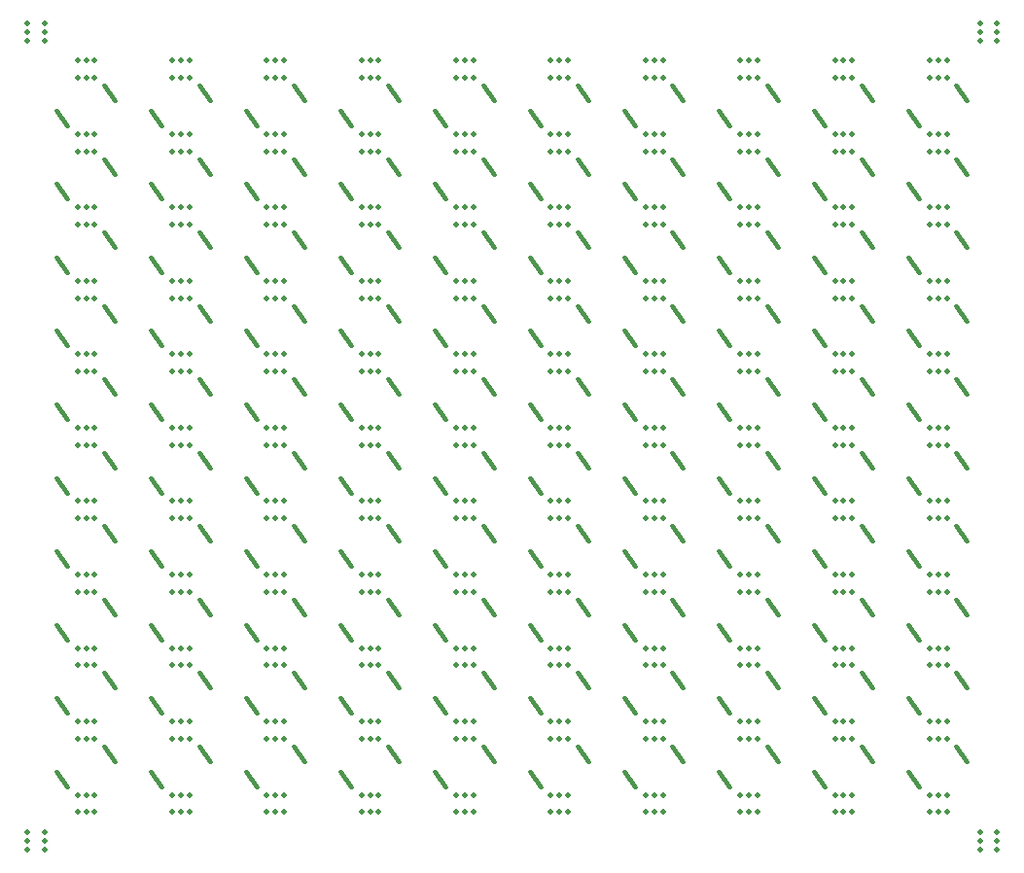
<source format=gbr>
%TF.GenerationSoftware,KiCad,Pcbnew,7.0.1*%
%TF.CreationDate,2024-10-11T23:10:47-04:00*%
%TF.ProjectId,PEST-panel,50455354-2d70-4616-9e65-6c2e6b696361,rev?*%
%TF.SameCoordinates,Original*%
%TF.FileFunction,Soldermask,Bot*%
%TF.FilePolarity,Negative*%
%FSLAX46Y46*%
G04 Gerber Fmt 4.6, Leading zero omitted, Abs format (unit mm)*
G04 Created by KiCad (PCBNEW 7.0.1) date 2024-10-11 23:10:47*
%MOMM*%
%LPD*%
G01*
G04 APERTURE LIST*
G04 Aperture macros list*
%AMRoundRect*
0 Rectangle with rounded corners*
0 $1 Rounding radius*
0 $2 $3 $4 $5 $6 $7 $8 $9 X,Y pos of 4 corners*
0 Add a 4 corners polygon primitive as box body*
4,1,4,$2,$3,$4,$5,$6,$7,$8,$9,$2,$3,0*
0 Add four circle primitives for the rounded corners*
1,1,$1+$1,$2,$3*
1,1,$1+$1,$4,$5*
1,1,$1+$1,$6,$7*
1,1,$1+$1,$8,$9*
0 Add four rect primitives between the rounded corners*
20,1,$1+$1,$2,$3,$4,$5,0*
20,1,$1+$1,$4,$5,$6,$7,0*
20,1,$1+$1,$6,$7,$8,$9,0*
20,1,$1+$1,$8,$9,$2,$3,0*%
G04 Aperture macros list end*
%ADD10C,0.500000*%
%ADD11RoundRect,0.100000X-0.598134X0.679879X0.434304X-0.794594X0.598134X-0.679879X-0.434304X0.794594X0*%
G04 APERTURE END LIST*
D10*
%TO.C,REF\u002A\u002A*%
X-3621587Y-63243000D03*
X-5121587Y-63243000D03*
X-3621587Y-63993000D03*
X-5121587Y-63993000D03*
X-3621587Y-64743000D03*
X-5121587Y-64743000D03*
%TD*%
%TO.C,REF\u002A\u002A*%
X79310153Y-63243000D03*
X77810153Y-63243000D03*
X79310153Y-63993000D03*
X77810153Y-63993000D03*
X79310153Y-64743000D03*
X77810153Y-64743000D03*
%TD*%
%TO.C,REF\u002A\u002A*%
X77810153Y5697000D03*
X79310153Y5697000D03*
X77810153Y6447000D03*
X79310153Y6447000D03*
X77810153Y7197000D03*
X79310153Y7197000D03*
%TD*%
%TO.C,REF\u002A\u002A*%
X-5121587Y5697000D03*
X-3621587Y5697000D03*
X-5121587Y6447000D03*
X-3621587Y6447000D03*
X-5121587Y7197000D03*
X-3621587Y7197000D03*
%TD*%
%TO.C,REF\u002A\u002A198*%
X750000Y-61493000D03*
X750000Y-59993000D03*
X0Y-61493000D03*
X0Y-59993000D03*
X-750000Y-61493000D03*
X-750000Y-59993000D03*
%TD*%
%TO.C,REF\u002A\u002A196*%
X8993174Y-61493000D03*
X8993174Y-59993000D03*
X8243174Y-61493000D03*
X8243174Y-59993000D03*
X7493174Y-61493000D03*
X7493174Y-59993000D03*
%TD*%
%TO.C,REF\u002A\u002A191*%
X25479522Y-61493000D03*
X25479522Y-59993000D03*
X24729522Y-61493000D03*
X24729522Y-59993000D03*
X23979522Y-61493000D03*
X23979522Y-59993000D03*
%TD*%
%TO.C,REF\u002A\u002A194*%
X17236348Y-61493000D03*
X17236348Y-59993000D03*
X16486348Y-61493000D03*
X16486348Y-59993000D03*
X15736348Y-61493000D03*
X15736348Y-59993000D03*
%TD*%
%TO.C,REF\u002A\u002A183*%
X58452218Y-61493000D03*
X58452218Y-59993000D03*
X57702218Y-61493000D03*
X57702218Y-59993000D03*
X56952218Y-61493000D03*
X56952218Y-59993000D03*
%TD*%
%TO.C,REF\u002A\u002A190*%
X33722696Y-61493000D03*
X33722696Y-59993000D03*
X32972696Y-61493000D03*
X32972696Y-59993000D03*
X32222696Y-61493000D03*
X32222696Y-59993000D03*
%TD*%
%TO.C,REF\u002A\u002A187*%
X41965870Y-61493000D03*
X41965870Y-59993000D03*
X41215870Y-61493000D03*
X41215870Y-59993000D03*
X40465870Y-61493000D03*
X40465870Y-59993000D03*
%TD*%
%TO.C,REF\u002A\u002A185*%
X50209044Y-61493000D03*
X50209044Y-59993000D03*
X49459044Y-61493000D03*
X49459044Y-59993000D03*
X48709044Y-61493000D03*
X48709044Y-59993000D03*
%TD*%
%TO.C,REF\u002A\u002A181*%
X66695392Y-61493000D03*
X66695392Y-59993000D03*
X65945392Y-61493000D03*
X65945392Y-59993000D03*
X65195392Y-61493000D03*
X65195392Y-59993000D03*
%TD*%
%TO.C,REF\u002A\u002A179*%
X74938566Y-61493000D03*
X74938566Y-59993000D03*
X74188566Y-61493000D03*
X74188566Y-59993000D03*
X73438566Y-61493000D03*
X73438566Y-59993000D03*
%TD*%
D11*
%TO.C,REF\u002A\u002A197*%
X76277455Y-56449577D03*
X72099677Y-58642423D03*
%TD*%
D10*
%TO.C,REF\u002A\u002A198*%
X73438566Y-53599000D03*
X73438566Y-55099000D03*
X74188566Y-53599000D03*
X74188566Y-55099000D03*
X74938566Y-53599000D03*
X74938566Y-55099000D03*
%TD*%
D11*
%TO.C,REF\u002A\u002A195*%
X68034281Y-56449577D03*
X63856503Y-58642423D03*
%TD*%
D10*
%TO.C,REF\u002A\u002A196*%
X65195392Y-53599000D03*
X65195392Y-55099000D03*
X65945392Y-53599000D03*
X65945392Y-55099000D03*
X66695392Y-53599000D03*
X66695392Y-55099000D03*
%TD*%
D11*
%TO.C,REF\u002A\u002A193*%
X59791107Y-56449577D03*
X55613329Y-58642423D03*
%TD*%
D10*
%TO.C,REF\u002A\u002A194*%
X56952218Y-53599000D03*
X56952218Y-55099000D03*
X57702218Y-53599000D03*
X57702218Y-55099000D03*
X58452218Y-53599000D03*
X58452218Y-55099000D03*
%TD*%
D11*
%TO.C,REF\u002A\u002A192*%
X51547933Y-56449577D03*
X47370155Y-58642423D03*
%TD*%
D10*
%TO.C,REF\u002A\u002A191*%
X48709044Y-53599000D03*
X48709044Y-55099000D03*
X49459044Y-53599000D03*
X49459044Y-55099000D03*
X50209044Y-53599000D03*
X50209044Y-55099000D03*
%TD*%
D11*
%TO.C,REF\u002A\u002A189*%
X43304759Y-56449577D03*
X39126981Y-58642423D03*
%TD*%
D10*
%TO.C,REF\u002A\u002A190*%
X40465870Y-53599000D03*
X40465870Y-55099000D03*
X41215870Y-53599000D03*
X41215870Y-55099000D03*
X41965870Y-53599000D03*
X41965870Y-55099000D03*
%TD*%
D11*
%TO.C,REF\u002A\u002A188*%
X35061585Y-56449577D03*
X30883807Y-58642423D03*
%TD*%
D10*
%TO.C,REF\u002A\u002A187*%
X32222696Y-53599000D03*
X32222696Y-55099000D03*
X32972696Y-53599000D03*
X32972696Y-55099000D03*
X33722696Y-53599000D03*
X33722696Y-55099000D03*
%TD*%
D11*
%TO.C,REF\u002A\u002A186*%
X26818411Y-56449577D03*
X22640633Y-58642423D03*
%TD*%
D10*
%TO.C,REF\u002A\u002A185*%
X23979522Y-53599000D03*
X23979522Y-55099000D03*
X24729522Y-53599000D03*
X24729522Y-55099000D03*
X25479522Y-53599000D03*
X25479522Y-55099000D03*
%TD*%
D11*
%TO.C,REF\u002A\u002A184*%
X18575237Y-56449577D03*
X14397459Y-58642423D03*
%TD*%
D10*
%TO.C,REF\u002A\u002A183*%
X15736348Y-53599000D03*
X15736348Y-55099000D03*
X16486348Y-53599000D03*
X16486348Y-55099000D03*
X17236348Y-53599000D03*
X17236348Y-55099000D03*
%TD*%
D11*
%TO.C,REF\u002A\u002A182*%
X10332063Y-56449577D03*
X6154285Y-58642423D03*
%TD*%
D10*
%TO.C,REF\u002A\u002A181*%
X7493174Y-53599000D03*
X7493174Y-55099000D03*
X8243174Y-53599000D03*
X8243174Y-55099000D03*
X8993174Y-53599000D03*
X8993174Y-55099000D03*
%TD*%
D11*
%TO.C,REF\u002A\u002A180*%
X2088889Y-56449577D03*
X-2088889Y-58642423D03*
%TD*%
D10*
%TO.C,REF\u002A\u002A179*%
X-750000Y-53599000D03*
X-750000Y-55099000D03*
X0Y-53599000D03*
X0Y-55099000D03*
X750000Y-53599000D03*
X750000Y-55099000D03*
%TD*%
D11*
%TO.C,REF\u002A\u002A177*%
X76277455Y-50055577D03*
X72099677Y-52248423D03*
%TD*%
D10*
%TO.C,REF\u002A\u002A178*%
X73438566Y-47205000D03*
X73438566Y-48705000D03*
X74188566Y-47205000D03*
X74188566Y-48705000D03*
X74938566Y-47205000D03*
X74938566Y-48705000D03*
%TD*%
D11*
%TO.C,REF\u002A\u002A175*%
X68034281Y-50055577D03*
X63856503Y-52248423D03*
%TD*%
D10*
%TO.C,REF\u002A\u002A176*%
X65195392Y-47205000D03*
X65195392Y-48705000D03*
X65945392Y-47205000D03*
X65945392Y-48705000D03*
X66695392Y-47205000D03*
X66695392Y-48705000D03*
%TD*%
D11*
%TO.C,REF\u002A\u002A174*%
X59791107Y-50055577D03*
X55613329Y-52248423D03*
%TD*%
D10*
%TO.C,REF\u002A\u002A173*%
X56952218Y-47205000D03*
X56952218Y-48705000D03*
X57702218Y-47205000D03*
X57702218Y-48705000D03*
X58452218Y-47205000D03*
X58452218Y-48705000D03*
%TD*%
D11*
%TO.C,REF\u002A\u002A172*%
X51547933Y-50055577D03*
X47370155Y-52248423D03*
%TD*%
D10*
%TO.C,REF\u002A\u002A171*%
X48709044Y-47205000D03*
X48709044Y-48705000D03*
X49459044Y-47205000D03*
X49459044Y-48705000D03*
X50209044Y-47205000D03*
X50209044Y-48705000D03*
%TD*%
D11*
%TO.C,REF\u002A\u002A170*%
X43304759Y-50055577D03*
X39126981Y-52248423D03*
%TD*%
D10*
%TO.C,REF\u002A\u002A169*%
X40465870Y-47205000D03*
X40465870Y-48705000D03*
X41215870Y-47205000D03*
X41215870Y-48705000D03*
X41965870Y-47205000D03*
X41965870Y-48705000D03*
%TD*%
D11*
%TO.C,REF\u002A\u002A167*%
X35061585Y-50055577D03*
X30883807Y-52248423D03*
%TD*%
D10*
%TO.C,REF\u002A\u002A168*%
X32222696Y-47205000D03*
X32222696Y-48705000D03*
X32972696Y-47205000D03*
X32972696Y-48705000D03*
X33722696Y-47205000D03*
X33722696Y-48705000D03*
%TD*%
D11*
%TO.C,REF\u002A\u002A165*%
X26818411Y-50055577D03*
X22640633Y-52248423D03*
%TD*%
D10*
%TO.C,REF\u002A\u002A166*%
X23979522Y-47205000D03*
X23979522Y-48705000D03*
X24729522Y-47205000D03*
X24729522Y-48705000D03*
X25479522Y-47205000D03*
X25479522Y-48705000D03*
%TD*%
D11*
%TO.C,REF\u002A\u002A163*%
X18575237Y-50055577D03*
X14397459Y-52248423D03*
%TD*%
D10*
%TO.C,REF\u002A\u002A164*%
X15736348Y-47205000D03*
X15736348Y-48705000D03*
X16486348Y-47205000D03*
X16486348Y-48705000D03*
X17236348Y-47205000D03*
X17236348Y-48705000D03*
%TD*%
D11*
%TO.C,REF\u002A\u002A161*%
X10332063Y-50055577D03*
X6154285Y-52248423D03*
%TD*%
D10*
%TO.C,REF\u002A\u002A162*%
X7493174Y-47205000D03*
X7493174Y-48705000D03*
X8243174Y-47205000D03*
X8243174Y-48705000D03*
X8993174Y-47205000D03*
X8993174Y-48705000D03*
%TD*%
D11*
%TO.C,REF\u002A\u002A160*%
X2088889Y-50055577D03*
X-2088889Y-52248423D03*
%TD*%
D10*
%TO.C,REF\u002A\u002A159*%
X-750000Y-47205000D03*
X-750000Y-48705000D03*
X0Y-47205000D03*
X0Y-48705000D03*
X750000Y-47205000D03*
X750000Y-48705000D03*
%TD*%
D11*
%TO.C,REF\u002A\u002A158*%
X76277455Y-43661577D03*
X72099677Y-45854423D03*
%TD*%
D10*
%TO.C,REF\u002A\u002A157*%
X73438566Y-40811000D03*
X73438566Y-42311000D03*
X74188566Y-40811000D03*
X74188566Y-42311000D03*
X74938566Y-40811000D03*
X74938566Y-42311000D03*
%TD*%
D11*
%TO.C,REF\u002A\u002A155*%
X68034281Y-43661577D03*
X63856503Y-45854423D03*
%TD*%
D10*
%TO.C,REF\u002A\u002A156*%
X65195392Y-40811000D03*
X65195392Y-42311000D03*
X65945392Y-40811000D03*
X65945392Y-42311000D03*
X66695392Y-40811000D03*
X66695392Y-42311000D03*
%TD*%
D11*
%TO.C,REF\u002A\u002A154*%
X59791107Y-43661577D03*
X55613329Y-45854423D03*
%TD*%
D10*
%TO.C,REF\u002A\u002A153*%
X56952218Y-40811000D03*
X56952218Y-42311000D03*
X57702218Y-40811000D03*
X57702218Y-42311000D03*
X58452218Y-40811000D03*
X58452218Y-42311000D03*
%TD*%
D11*
%TO.C,REF\u002A\u002A151*%
X51547933Y-43661577D03*
X47370155Y-45854423D03*
%TD*%
D10*
%TO.C,REF\u002A\u002A152*%
X48709044Y-40811000D03*
X48709044Y-42311000D03*
X49459044Y-40811000D03*
X49459044Y-42311000D03*
X50209044Y-40811000D03*
X50209044Y-42311000D03*
%TD*%
D11*
%TO.C,REF\u002A\u002A149*%
X43304759Y-43661577D03*
X39126981Y-45854423D03*
%TD*%
D10*
%TO.C,REF\u002A\u002A150*%
X40465870Y-40811000D03*
X40465870Y-42311000D03*
X41215870Y-40811000D03*
X41215870Y-42311000D03*
X41965870Y-40811000D03*
X41965870Y-42311000D03*
%TD*%
D11*
%TO.C,REF\u002A\u002A147*%
X35061585Y-43661577D03*
X30883807Y-45854423D03*
%TD*%
D10*
%TO.C,REF\u002A\u002A148*%
X32222696Y-40811000D03*
X32222696Y-42311000D03*
X32972696Y-40811000D03*
X32972696Y-42311000D03*
X33722696Y-40811000D03*
X33722696Y-42311000D03*
%TD*%
D11*
%TO.C,REF\u002A\u002A145*%
X26818411Y-43661577D03*
X22640633Y-45854423D03*
%TD*%
D10*
%TO.C,REF\u002A\u002A146*%
X23979522Y-40811000D03*
X23979522Y-42311000D03*
X24729522Y-40811000D03*
X24729522Y-42311000D03*
X25479522Y-40811000D03*
X25479522Y-42311000D03*
%TD*%
D11*
%TO.C,REF\u002A\u002A144*%
X18575237Y-43661577D03*
X14397459Y-45854423D03*
%TD*%
D10*
%TO.C,REF\u002A\u002A143*%
X15736348Y-40811000D03*
X15736348Y-42311000D03*
X16486348Y-40811000D03*
X16486348Y-42311000D03*
X17236348Y-40811000D03*
X17236348Y-42311000D03*
%TD*%
D11*
%TO.C,REF\u002A\u002A141*%
X10332063Y-43661577D03*
X6154285Y-45854423D03*
%TD*%
D10*
%TO.C,REF\u002A\u002A142*%
X7493174Y-40811000D03*
X7493174Y-42311000D03*
X8243174Y-40811000D03*
X8243174Y-42311000D03*
X8993174Y-40811000D03*
X8993174Y-42311000D03*
%TD*%
D11*
%TO.C,REF\u002A\u002A140*%
X2088889Y-43661577D03*
X-2088889Y-45854423D03*
%TD*%
D10*
%TO.C,REF\u002A\u002A139*%
X-750000Y-40811000D03*
X-750000Y-42311000D03*
X0Y-40811000D03*
X0Y-42311000D03*
X750000Y-40811000D03*
X750000Y-42311000D03*
%TD*%
D11*
%TO.C,REF\u002A\u002A138*%
X76277455Y-37267577D03*
X72099677Y-39460423D03*
%TD*%
D10*
%TO.C,REF\u002A\u002A137*%
X73438566Y-34417000D03*
X73438566Y-35917000D03*
X74188566Y-34417000D03*
X74188566Y-35917000D03*
X74938566Y-34417000D03*
X74938566Y-35917000D03*
%TD*%
D11*
%TO.C,REF\u002A\u002A136*%
X68034281Y-37267577D03*
X63856503Y-39460423D03*
%TD*%
D10*
%TO.C,REF\u002A\u002A135*%
X65195392Y-34417000D03*
X65195392Y-35917000D03*
X65945392Y-34417000D03*
X65945392Y-35917000D03*
X66695392Y-34417000D03*
X66695392Y-35917000D03*
%TD*%
D11*
%TO.C,REF\u002A\u002A134*%
X59791107Y-37267577D03*
X55613329Y-39460423D03*
%TD*%
D10*
%TO.C,REF\u002A\u002A133*%
X56952218Y-34417000D03*
X56952218Y-35917000D03*
X57702218Y-34417000D03*
X57702218Y-35917000D03*
X58452218Y-34417000D03*
X58452218Y-35917000D03*
%TD*%
D11*
%TO.C,REF\u002A\u002A132*%
X51547933Y-37267577D03*
X47370155Y-39460423D03*
%TD*%
D10*
%TO.C,REF\u002A\u002A131*%
X48709044Y-34417000D03*
X48709044Y-35917000D03*
X49459044Y-34417000D03*
X49459044Y-35917000D03*
X50209044Y-34417000D03*
X50209044Y-35917000D03*
%TD*%
D11*
%TO.C,REF\u002A\u002A130*%
X43304759Y-37267577D03*
X39126981Y-39460423D03*
%TD*%
D10*
%TO.C,REF\u002A\u002A129*%
X40465870Y-34417000D03*
X40465870Y-35917000D03*
X41215870Y-34417000D03*
X41215870Y-35917000D03*
X41965870Y-34417000D03*
X41965870Y-35917000D03*
%TD*%
D11*
%TO.C,REF\u002A\u002A128*%
X35061585Y-37267577D03*
X30883807Y-39460423D03*
%TD*%
D10*
%TO.C,REF\u002A\u002A127*%
X32222696Y-34417000D03*
X32222696Y-35917000D03*
X32972696Y-34417000D03*
X32972696Y-35917000D03*
X33722696Y-34417000D03*
X33722696Y-35917000D03*
%TD*%
D11*
%TO.C,REF\u002A\u002A125*%
X26818411Y-37267577D03*
X22640633Y-39460423D03*
%TD*%
D10*
%TO.C,REF\u002A\u002A126*%
X23979522Y-34417000D03*
X23979522Y-35917000D03*
X24729522Y-34417000D03*
X24729522Y-35917000D03*
X25479522Y-34417000D03*
X25479522Y-35917000D03*
%TD*%
D11*
%TO.C,REF\u002A\u002A123*%
X18575237Y-37267577D03*
X14397459Y-39460423D03*
%TD*%
D10*
%TO.C,REF\u002A\u002A124*%
X15736348Y-34417000D03*
X15736348Y-35917000D03*
X16486348Y-34417000D03*
X16486348Y-35917000D03*
X17236348Y-34417000D03*
X17236348Y-35917000D03*
%TD*%
D11*
%TO.C,REF\u002A\u002A121*%
X10332063Y-37267577D03*
X6154285Y-39460423D03*
%TD*%
D10*
%TO.C,REF\u002A\u002A122*%
X7493174Y-34417000D03*
X7493174Y-35917000D03*
X8243174Y-34417000D03*
X8243174Y-35917000D03*
X8993174Y-34417000D03*
X8993174Y-35917000D03*
%TD*%
D11*
%TO.C,REF\u002A\u002A120*%
X2088889Y-37267577D03*
X-2088889Y-39460423D03*
%TD*%
D10*
%TO.C,REF\u002A\u002A119*%
X-750000Y-34417000D03*
X-750000Y-35917000D03*
X0Y-34417000D03*
X0Y-35917000D03*
X750000Y-34417000D03*
X750000Y-35917000D03*
%TD*%
D11*
%TO.C,REF\u002A\u002A118*%
X76277455Y-30873577D03*
X72099677Y-33066423D03*
%TD*%
D10*
%TO.C,REF\u002A\u002A117*%
X73438566Y-28023000D03*
X73438566Y-29523000D03*
X74188566Y-28023000D03*
X74188566Y-29523000D03*
X74938566Y-28023000D03*
X74938566Y-29523000D03*
%TD*%
D11*
%TO.C,REF\u002A\u002A116*%
X68034281Y-30873577D03*
X63856503Y-33066423D03*
%TD*%
D10*
%TO.C,REF\u002A\u002A115*%
X65195392Y-28023000D03*
X65195392Y-29523000D03*
X65945392Y-28023000D03*
X65945392Y-29523000D03*
X66695392Y-28023000D03*
X66695392Y-29523000D03*
%TD*%
D11*
%TO.C,REF\u002A\u002A114*%
X59791107Y-30873577D03*
X55613329Y-33066423D03*
%TD*%
D10*
%TO.C,REF\u002A\u002A113*%
X56952218Y-28023000D03*
X56952218Y-29523000D03*
X57702218Y-28023000D03*
X57702218Y-29523000D03*
X58452218Y-28023000D03*
X58452218Y-29523000D03*
%TD*%
D11*
%TO.C,REF\u002A\u002A112*%
X51547933Y-30873577D03*
X47370155Y-33066423D03*
%TD*%
D10*
%TO.C,REF\u002A\u002A111*%
X48709044Y-28023000D03*
X48709044Y-29523000D03*
X49459044Y-28023000D03*
X49459044Y-29523000D03*
X50209044Y-28023000D03*
X50209044Y-29523000D03*
%TD*%
D11*
%TO.C,REF\u002A\u002A110*%
X43304759Y-30873577D03*
X39126981Y-33066423D03*
%TD*%
D10*
%TO.C,REF\u002A\u002A109*%
X40465870Y-28023000D03*
X40465870Y-29523000D03*
X41215870Y-28023000D03*
X41215870Y-29523000D03*
X41965870Y-28023000D03*
X41965870Y-29523000D03*
%TD*%
D11*
%TO.C,REF\u002A\u002A107*%
X35061585Y-30873577D03*
X30883807Y-33066423D03*
%TD*%
D10*
%TO.C,REF\u002A\u002A108*%
X32222696Y-28023000D03*
X32222696Y-29523000D03*
X32972696Y-28023000D03*
X32972696Y-29523000D03*
X33722696Y-28023000D03*
X33722696Y-29523000D03*
%TD*%
D11*
%TO.C,REF\u002A\u002A106*%
X26818411Y-30873577D03*
X22640633Y-33066423D03*
%TD*%
D10*
%TO.C,REF\u002A\u002A105*%
X23979522Y-28023000D03*
X23979522Y-29523000D03*
X24729522Y-28023000D03*
X24729522Y-29523000D03*
X25479522Y-28023000D03*
X25479522Y-29523000D03*
%TD*%
D11*
%TO.C,REF\u002A\u002A103*%
X18575237Y-30873577D03*
X14397459Y-33066423D03*
%TD*%
D10*
%TO.C,REF\u002A\u002A104*%
X15736348Y-28023000D03*
X15736348Y-29523000D03*
X16486348Y-28023000D03*
X16486348Y-29523000D03*
X17236348Y-28023000D03*
X17236348Y-29523000D03*
%TD*%
D11*
%TO.C,REF\u002A\u002A101*%
X10332063Y-30873577D03*
X6154285Y-33066423D03*
%TD*%
D10*
%TO.C,REF\u002A\u002A102*%
X7493174Y-28023000D03*
X7493174Y-29523000D03*
X8243174Y-28023000D03*
X8243174Y-29523000D03*
X8993174Y-28023000D03*
X8993174Y-29523000D03*
%TD*%
D11*
%TO.C,REF\u002A\u002A99*%
X2088889Y-30873577D03*
X-2088889Y-33066423D03*
%TD*%
D10*
%TO.C,REF\u002A\u002A100*%
X-750000Y-28023000D03*
X-750000Y-29523000D03*
X0Y-28023000D03*
X0Y-29523000D03*
X750000Y-28023000D03*
X750000Y-29523000D03*
%TD*%
D11*
%TO.C,REF\u002A\u002A98*%
X76277455Y-24479577D03*
X72099677Y-26672423D03*
%TD*%
D10*
%TO.C,REF\u002A\u002A97*%
X73438566Y-21629000D03*
X73438566Y-23129000D03*
X74188566Y-21629000D03*
X74188566Y-23129000D03*
X74938566Y-21629000D03*
X74938566Y-23129000D03*
%TD*%
D11*
%TO.C,REF\u002A\u002A95*%
X68034281Y-24479577D03*
X63856503Y-26672423D03*
%TD*%
D10*
%TO.C,REF\u002A\u002A96*%
X65195392Y-21629000D03*
X65195392Y-23129000D03*
X65945392Y-21629000D03*
X65945392Y-23129000D03*
X66695392Y-21629000D03*
X66695392Y-23129000D03*
%TD*%
D11*
%TO.C,REF\u002A\u002A94*%
X59791107Y-24479577D03*
X55613329Y-26672423D03*
%TD*%
D10*
%TO.C,REF\u002A\u002A93*%
X56952218Y-21629000D03*
X56952218Y-23129000D03*
X57702218Y-21629000D03*
X57702218Y-23129000D03*
X58452218Y-21629000D03*
X58452218Y-23129000D03*
%TD*%
D11*
%TO.C,REF\u002A\u002A91*%
X51547933Y-24479577D03*
X47370155Y-26672423D03*
%TD*%
D10*
%TO.C,REF\u002A\u002A92*%
X48709044Y-21629000D03*
X48709044Y-23129000D03*
X49459044Y-21629000D03*
X49459044Y-23129000D03*
X50209044Y-21629000D03*
X50209044Y-23129000D03*
%TD*%
D11*
%TO.C,REF\u002A\u002A89*%
X43304759Y-24479577D03*
X39126981Y-26672423D03*
%TD*%
D10*
%TO.C,REF\u002A\u002A90*%
X40465870Y-21629000D03*
X40465870Y-23129000D03*
X41215870Y-21629000D03*
X41215870Y-23129000D03*
X41965870Y-21629000D03*
X41965870Y-23129000D03*
%TD*%
D11*
%TO.C,REF\u002A\u002A88*%
X35061585Y-24479577D03*
X30883807Y-26672423D03*
%TD*%
D10*
%TO.C,REF\u002A\u002A87*%
X32222696Y-21629000D03*
X32222696Y-23129000D03*
X32972696Y-21629000D03*
X32972696Y-23129000D03*
X33722696Y-21629000D03*
X33722696Y-23129000D03*
%TD*%
D11*
%TO.C,REF\u002A\u002A85*%
X26818411Y-24479577D03*
X22640633Y-26672423D03*
%TD*%
D10*
%TO.C,REF\u002A\u002A86*%
X23979522Y-21629000D03*
X23979522Y-23129000D03*
X24729522Y-21629000D03*
X24729522Y-23129000D03*
X25479522Y-21629000D03*
X25479522Y-23129000D03*
%TD*%
D11*
%TO.C,REF\u002A\u002A84*%
X18575237Y-24479577D03*
X14397459Y-26672423D03*
%TD*%
D10*
%TO.C,REF\u002A\u002A83*%
X15736348Y-21629000D03*
X15736348Y-23129000D03*
X16486348Y-21629000D03*
X16486348Y-23129000D03*
X17236348Y-21629000D03*
X17236348Y-23129000D03*
%TD*%
D11*
%TO.C,REF\u002A\u002A81*%
X10332063Y-24479577D03*
X6154285Y-26672423D03*
%TD*%
D10*
%TO.C,REF\u002A\u002A82*%
X7493174Y-21629000D03*
X7493174Y-23129000D03*
X8243174Y-21629000D03*
X8243174Y-23129000D03*
X8993174Y-21629000D03*
X8993174Y-23129000D03*
%TD*%
D11*
%TO.C,REF\u002A\u002A79*%
X2088889Y-24479577D03*
X-2088889Y-26672423D03*
%TD*%
D10*
%TO.C,REF\u002A\u002A80*%
X-750000Y-21629000D03*
X-750000Y-23129000D03*
X0Y-21629000D03*
X0Y-23129000D03*
X750000Y-21629000D03*
X750000Y-23129000D03*
%TD*%
D11*
%TO.C,REF\u002A\u002A77*%
X76277455Y-18085577D03*
X72099677Y-20278423D03*
%TD*%
D10*
%TO.C,REF\u002A\u002A78*%
X73438566Y-15235000D03*
X73438566Y-16735000D03*
X74188566Y-15235000D03*
X74188566Y-16735000D03*
X74938566Y-15235000D03*
X74938566Y-16735000D03*
%TD*%
D11*
%TO.C,REF\u002A\u002A75*%
X68034281Y-18085577D03*
X63856503Y-20278423D03*
%TD*%
D10*
%TO.C,REF\u002A\u002A76*%
X65195392Y-15235000D03*
X65195392Y-16735000D03*
X65945392Y-15235000D03*
X65945392Y-16735000D03*
X66695392Y-15235000D03*
X66695392Y-16735000D03*
%TD*%
D11*
%TO.C,REF\u002A\u002A74*%
X59791107Y-18085577D03*
X55613329Y-20278423D03*
%TD*%
D10*
%TO.C,REF\u002A\u002A73*%
X56952218Y-15235000D03*
X56952218Y-16735000D03*
X57702218Y-15235000D03*
X57702218Y-16735000D03*
X58452218Y-15235000D03*
X58452218Y-16735000D03*
%TD*%
D11*
%TO.C,REF\u002A\u002A72*%
X51547933Y-18085577D03*
X47370155Y-20278423D03*
%TD*%
D10*
%TO.C,REF\u002A\u002A71*%
X48709044Y-15235000D03*
X48709044Y-16735000D03*
X49459044Y-15235000D03*
X49459044Y-16735000D03*
X50209044Y-15235000D03*
X50209044Y-16735000D03*
%TD*%
D11*
%TO.C,REF\u002A\u002A69*%
X43304759Y-18085577D03*
X39126981Y-20278423D03*
%TD*%
D10*
%TO.C,REF\u002A\u002A70*%
X40465870Y-15235000D03*
X40465870Y-16735000D03*
X41215870Y-15235000D03*
X41215870Y-16735000D03*
X41965870Y-15235000D03*
X41965870Y-16735000D03*
%TD*%
D11*
%TO.C,REF\u002A\u002A67*%
X35061585Y-18085577D03*
X30883807Y-20278423D03*
%TD*%
D10*
%TO.C,REF\u002A\u002A68*%
X32222696Y-15235000D03*
X32222696Y-16735000D03*
X32972696Y-15235000D03*
X32972696Y-16735000D03*
X33722696Y-15235000D03*
X33722696Y-16735000D03*
%TD*%
D11*
%TO.C,REF\u002A\u002A66*%
X26818411Y-18085577D03*
X22640633Y-20278423D03*
%TD*%
D10*
%TO.C,REF\u002A\u002A65*%
X23979522Y-15235000D03*
X23979522Y-16735000D03*
X24729522Y-15235000D03*
X24729522Y-16735000D03*
X25479522Y-15235000D03*
X25479522Y-16735000D03*
%TD*%
D11*
%TO.C,REF\u002A\u002A64*%
X18575237Y-18085577D03*
X14397459Y-20278423D03*
%TD*%
D10*
%TO.C,REF\u002A\u002A63*%
X15736348Y-15235000D03*
X15736348Y-16735000D03*
X16486348Y-15235000D03*
X16486348Y-16735000D03*
X17236348Y-15235000D03*
X17236348Y-16735000D03*
%TD*%
D11*
%TO.C,REF\u002A\u002A61*%
X10332063Y-18085577D03*
X6154285Y-20278423D03*
%TD*%
D10*
%TO.C,REF\u002A\u002A62*%
X7493174Y-15235000D03*
X7493174Y-16735000D03*
X8243174Y-15235000D03*
X8243174Y-16735000D03*
X8993174Y-15235000D03*
X8993174Y-16735000D03*
%TD*%
D11*
%TO.C,REF\u002A\u002A59*%
X2088889Y-18085577D03*
X-2088889Y-20278423D03*
%TD*%
D10*
%TO.C,REF\u002A\u002A60*%
X-750000Y-15235000D03*
X-750000Y-16735000D03*
X0Y-15235000D03*
X0Y-16735000D03*
X750000Y-15235000D03*
X750000Y-16735000D03*
%TD*%
D11*
%TO.C,REF\u002A\u002A58*%
X76277455Y-11691577D03*
X72099677Y-13884423D03*
%TD*%
D10*
%TO.C,REF\u002A\u002A57*%
X73438566Y-8841000D03*
X73438566Y-10341000D03*
X74188566Y-8841000D03*
X74188566Y-10341000D03*
X74938566Y-8841000D03*
X74938566Y-10341000D03*
%TD*%
D11*
%TO.C,REF\u002A\u002A56*%
X68034281Y-11691577D03*
X63856503Y-13884423D03*
%TD*%
D10*
%TO.C,REF\u002A\u002A55*%
X65195392Y-8841000D03*
X65195392Y-10341000D03*
X65945392Y-8841000D03*
X65945392Y-10341000D03*
X66695392Y-8841000D03*
X66695392Y-10341000D03*
%TD*%
D11*
%TO.C,REF\u002A\u002A53*%
X59791107Y-11691577D03*
X55613329Y-13884423D03*
%TD*%
D10*
%TO.C,REF\u002A\u002A54*%
X56952218Y-8841000D03*
X56952218Y-10341000D03*
X57702218Y-8841000D03*
X57702218Y-10341000D03*
X58452218Y-8841000D03*
X58452218Y-10341000D03*
%TD*%
D11*
%TO.C,REF\u002A\u002A52*%
X51547933Y-11691577D03*
X47370155Y-13884423D03*
%TD*%
D10*
%TO.C,REF\u002A\u002A51*%
X48709044Y-8841000D03*
X48709044Y-10341000D03*
X49459044Y-8841000D03*
X49459044Y-10341000D03*
X50209044Y-8841000D03*
X50209044Y-10341000D03*
%TD*%
D11*
%TO.C,REF\u002A\u002A49*%
X43304759Y-11691577D03*
X39126981Y-13884423D03*
%TD*%
D10*
%TO.C,REF\u002A\u002A50*%
X40465870Y-8841000D03*
X40465870Y-10341000D03*
X41215870Y-8841000D03*
X41215870Y-10341000D03*
X41965870Y-8841000D03*
X41965870Y-10341000D03*
%TD*%
D11*
%TO.C,REF\u002A\u002A48*%
X35061585Y-11691577D03*
X30883807Y-13884423D03*
%TD*%
D10*
%TO.C,REF\u002A\u002A47*%
X32222696Y-8841000D03*
X32222696Y-10341000D03*
X32972696Y-8841000D03*
X32972696Y-10341000D03*
X33722696Y-8841000D03*
X33722696Y-10341000D03*
%TD*%
D11*
%TO.C,REF\u002A\u002A46*%
X26818411Y-11691577D03*
X22640633Y-13884423D03*
%TD*%
D10*
%TO.C,REF\u002A\u002A45*%
X23979522Y-8841000D03*
X23979522Y-10341000D03*
X24729522Y-8841000D03*
X24729522Y-10341000D03*
X25479522Y-8841000D03*
X25479522Y-10341000D03*
%TD*%
D11*
%TO.C,REF\u002A\u002A44*%
X18575237Y-11691577D03*
X14397459Y-13884423D03*
%TD*%
D10*
%TO.C,REF\u002A\u002A43*%
X15736348Y-8841000D03*
X15736348Y-10341000D03*
X16486348Y-8841000D03*
X16486348Y-10341000D03*
X17236348Y-8841000D03*
X17236348Y-10341000D03*
%TD*%
D11*
%TO.C,REF\u002A\u002A42*%
X10332063Y-11691577D03*
X6154285Y-13884423D03*
%TD*%
D10*
%TO.C,REF\u002A\u002A41*%
X7493174Y-8841000D03*
X7493174Y-10341000D03*
X8243174Y-8841000D03*
X8243174Y-10341000D03*
X8993174Y-8841000D03*
X8993174Y-10341000D03*
%TD*%
D11*
%TO.C,REF\u002A\u002A39*%
X2088889Y-11691577D03*
X-2088889Y-13884423D03*
%TD*%
D10*
%TO.C,REF\u002A\u002A40*%
X-750000Y-8841000D03*
X-750000Y-10341000D03*
X0Y-8841000D03*
X0Y-10341000D03*
X750000Y-8841000D03*
X750000Y-10341000D03*
%TD*%
D11*
%TO.C,REF\u002A\u002A37*%
X76277455Y-5297577D03*
X72099677Y-7490423D03*
%TD*%
D10*
%TO.C,REF\u002A\u002A38*%
X73438566Y-2447000D03*
X73438566Y-3947000D03*
X74188566Y-2447000D03*
X74188566Y-3947000D03*
X74938566Y-2447000D03*
X74938566Y-3947000D03*
%TD*%
D11*
%TO.C,REF\u002A\u002A36*%
X68034281Y-5297577D03*
X63856503Y-7490423D03*
%TD*%
D10*
%TO.C,REF\u002A\u002A35*%
X65195392Y-2447000D03*
X65195392Y-3947000D03*
X65945392Y-2447000D03*
X65945392Y-3947000D03*
X66695392Y-2447000D03*
X66695392Y-3947000D03*
%TD*%
D11*
%TO.C,REF\u002A\u002A34*%
X59791107Y-5297577D03*
X55613329Y-7490423D03*
%TD*%
D10*
%TO.C,REF\u002A\u002A33*%
X56952218Y-2447000D03*
X56952218Y-3947000D03*
X57702218Y-2447000D03*
X57702218Y-3947000D03*
X58452218Y-2447000D03*
X58452218Y-3947000D03*
%TD*%
D11*
%TO.C,REF\u002A\u002A31*%
X51547933Y-5297577D03*
X47370155Y-7490423D03*
%TD*%
D10*
%TO.C,REF\u002A\u002A32*%
X48709044Y-2447000D03*
X48709044Y-3947000D03*
X49459044Y-2447000D03*
X49459044Y-3947000D03*
X50209044Y-2447000D03*
X50209044Y-3947000D03*
%TD*%
D11*
%TO.C,REF\u002A\u002A30*%
X43304759Y-5297577D03*
X39126981Y-7490423D03*
%TD*%
D10*
%TO.C,REF\u002A\u002A29*%
X40465870Y-2447000D03*
X40465870Y-3947000D03*
X41215870Y-2447000D03*
X41215870Y-3947000D03*
X41965870Y-2447000D03*
X41965870Y-3947000D03*
%TD*%
D11*
%TO.C,REF\u002A\u002A28*%
X35061585Y-5297577D03*
X30883807Y-7490423D03*
%TD*%
D10*
%TO.C,REF\u002A\u002A27*%
X32222696Y-2447000D03*
X32222696Y-3947000D03*
X32972696Y-2447000D03*
X32972696Y-3947000D03*
X33722696Y-2447000D03*
X33722696Y-3947000D03*
%TD*%
D11*
%TO.C,REF\u002A\u002A25*%
X26818411Y-5297577D03*
X22640633Y-7490423D03*
%TD*%
D10*
%TO.C,REF\u002A\u002A26*%
X23979522Y-2447000D03*
X23979522Y-3947000D03*
X24729522Y-2447000D03*
X24729522Y-3947000D03*
X25479522Y-2447000D03*
X25479522Y-3947000D03*
%TD*%
D11*
%TO.C,REF\u002A\u002A23*%
X18575237Y-5297577D03*
X14397459Y-7490423D03*
%TD*%
D10*
%TO.C,REF\u002A\u002A24*%
X15736348Y-2447000D03*
X15736348Y-3947000D03*
X16486348Y-2447000D03*
X16486348Y-3947000D03*
X17236348Y-2447000D03*
X17236348Y-3947000D03*
%TD*%
D11*
%TO.C,REF\u002A\u002A22*%
X10332063Y-5297577D03*
X6154285Y-7490423D03*
%TD*%
D10*
%TO.C,REF\u002A\u002A21*%
X7493174Y-2447000D03*
X7493174Y-3947000D03*
X8243174Y-2447000D03*
X8243174Y-3947000D03*
X8993174Y-2447000D03*
X8993174Y-3947000D03*
%TD*%
D11*
%TO.C,REF\u002A\u002A20*%
X2088889Y-5297577D03*
X-2088889Y-7490423D03*
%TD*%
D10*
%TO.C,REF\u002A\u002A19*%
X-750000Y-2447000D03*
X-750000Y-3947000D03*
X0Y-2447000D03*
X0Y-3947000D03*
X750000Y-2447000D03*
X750000Y-3947000D03*
%TD*%
D11*
%TO.C,REF\u002A\u002A17*%
X76277455Y1096423D03*
X72099677Y-1096423D03*
%TD*%
D10*
%TO.C,REF\u002A\u002A18*%
X73438566Y3947000D03*
X73438566Y2447000D03*
X74188566Y3947000D03*
X74188566Y2447000D03*
X74938566Y3947000D03*
X74938566Y2447000D03*
%TD*%
D11*
%TO.C,REF\u002A\u002A15*%
X68034281Y1096423D03*
X63856503Y-1096423D03*
%TD*%
D10*
%TO.C,REF\u002A\u002A16*%
X65195392Y3947000D03*
X65195392Y2447000D03*
X65945392Y3947000D03*
X65945392Y2447000D03*
X66695392Y3947000D03*
X66695392Y2447000D03*
%TD*%
D11*
%TO.C,REF\u002A\u002A13*%
X59791107Y1096423D03*
X55613329Y-1096423D03*
%TD*%
D10*
%TO.C,REF\u002A\u002A14*%
X56952218Y3947000D03*
X56952218Y2447000D03*
X57702218Y3947000D03*
X57702218Y2447000D03*
X58452218Y3947000D03*
X58452218Y2447000D03*
%TD*%
D11*
%TO.C,REF\u002A\u002A12*%
X51547933Y1096423D03*
X47370155Y-1096423D03*
%TD*%
D10*
%TO.C,REF\u002A\u002A11*%
X48709044Y3947000D03*
X48709044Y2447000D03*
X49459044Y3947000D03*
X49459044Y2447000D03*
X50209044Y3947000D03*
X50209044Y2447000D03*
%TD*%
D11*
%TO.C,REF\u002A\u002A9*%
X43304759Y1096423D03*
X39126981Y-1096423D03*
%TD*%
D10*
%TO.C,REF\u002A\u002A10*%
X40465870Y3947000D03*
X40465870Y2447000D03*
X41215870Y3947000D03*
X41215870Y2447000D03*
X41965870Y3947000D03*
X41965870Y2447000D03*
%TD*%
D11*
%TO.C,REF\u002A\u002A7*%
X35061585Y1096423D03*
X30883807Y-1096423D03*
%TD*%
D10*
%TO.C,REF\u002A\u002A8*%
X32222696Y3947000D03*
X32222696Y2447000D03*
X32972696Y3947000D03*
X32972696Y2447000D03*
X33722696Y3947000D03*
X33722696Y2447000D03*
%TD*%
D11*
%TO.C,REF\u002A\u002A6*%
X26818411Y1096423D03*
X22640633Y-1096423D03*
%TD*%
D10*
%TO.C,REF\u002A\u002A5*%
X23979522Y3947000D03*
X23979522Y2447000D03*
X24729522Y3947000D03*
X24729522Y2447000D03*
X25479522Y3947000D03*
X25479522Y2447000D03*
%TD*%
D11*
%TO.C,REF\u002A\u002A3*%
X18575237Y1096423D03*
X14397459Y-1096423D03*
%TD*%
D10*
%TO.C,REF\u002A\u002A4*%
X15736348Y3947000D03*
X15736348Y2447000D03*
X16486348Y3947000D03*
X16486348Y2447000D03*
X17236348Y3947000D03*
X17236348Y2447000D03*
%TD*%
D11*
%TO.C,REF\u002A\u002A2*%
X10332063Y1096423D03*
X6154285Y-1096423D03*
%TD*%
D10*
%TO.C,REF\u002A\u002A1*%
X7493174Y3947000D03*
X7493174Y2447000D03*
X8243174Y3947000D03*
X8243174Y2447000D03*
X8993174Y3947000D03*
X8993174Y2447000D03*
%TD*%
%TO.C,REF\u002A\u002A*%
X750000Y2447000D03*
X750000Y3947000D03*
X0Y2447000D03*
X0Y3947000D03*
X-750000Y2447000D03*
X-750000Y3947000D03*
%TD*%
D11*
%TO.C,REF\u002A\u002A*%
X-2088889Y-1096423D03*
X2088889Y1096423D03*
%TD*%
M02*

</source>
